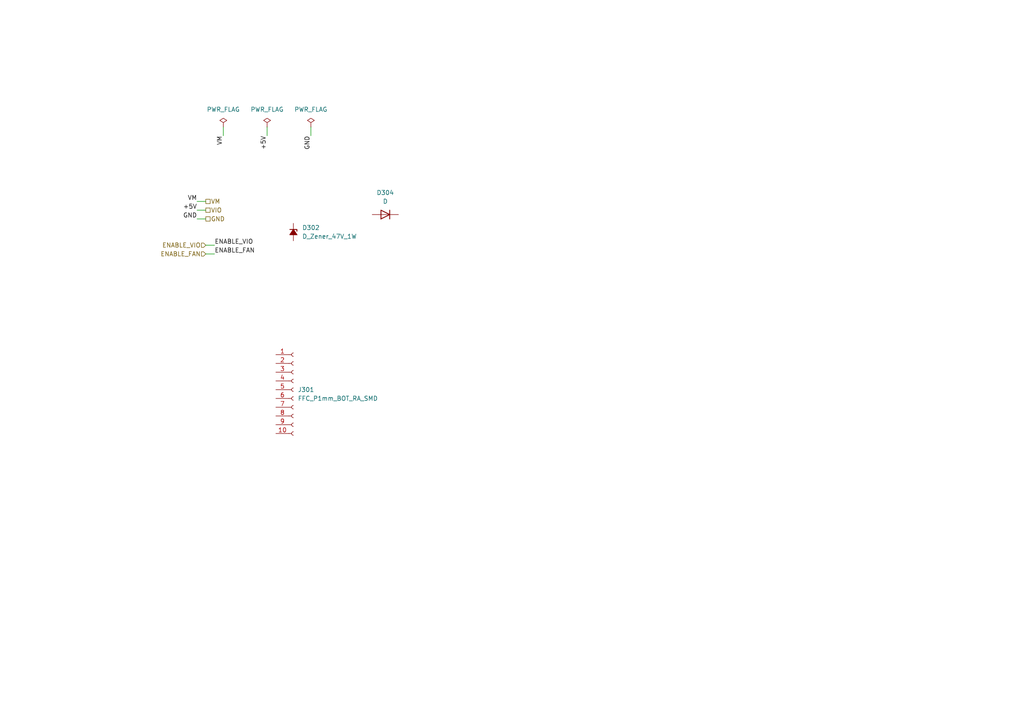
<source format=kicad_sch>
(kicad_sch (version 20230121) (generator eeschema)
  (paper "A4")
  (title_block (title "tmc5130-uart") (date "2024-06-27") (rev "1.0") (company "Howard Hughes Medical Institute"))
  (lib_symbols
    (symbol "Janelia:C_1uF_25V_0402" (pin_numbers hide) (pin_names (offset 0.254))
      (property "Reference" "C" (at 0 2.54 0))
      (property "Value" "1uF_25V" (at 0 0 0))
      (symbol "C_1uF_25V_0402_0_1"
        (polyline (pts (xy -2.032 -0.762) (xy 2.032 -0.762)) (stroke (width 0.508)))
        (polyline (pts (xy -2.032 0.762) (xy 2.032 0.762)) (stroke (width 0.508)))
      )
      (symbol "C_1uF_25V_0402_1_1"
        (pin passive line (at 0 5.08 270) (length 4.318) (name "~") (number "1"))
        (pin passive line (at 0 -5.08 90) (length 4.318) (name "~") (number "2"))
      )
    )
    (symbol "Janelia:C_2.2uF_100V_0805" (pin_numbers hide) (pin_names (offset 0.254))
      (property "Reference" "C" (at 0 2.54 0))
      (property "Value" "2.2uF_100V" (at 0 0 0))
      (symbol "C_2.2uF_100V_0805_0_1"
        (polyline (pts (xy -2.032 -0.762) (xy 2.032 -0.762)) (stroke (width 0.508)))
        (polyline (pts (xy -2.032 0.762) (xy 2.032 0.762)) (stroke (width 0.508)))
      )
      (symbol "C_2.2uF_100V_0805_1_1"
        (pin passive line (at 0 5.08 270) (length 4.318) (name "~") (number "1"))
        (pin passive line (at 0 -5.08 90) (length 4.318) (name "~") (number "2"))
      )
    )
    (symbol "Janelia:C_47uF_10V_0805" (pin_numbers hide) (pin_names (offset 0.254))
      (property "Reference" "C" (at 0 2.54 0))
      (property "Value" "47uF_10V" (at 0 0 0))
      (symbol "C_47uF_10V_0805_0_1"
        (polyline (pts (xy -2.032 -0.762) (xy 2.032 -0.762)) (stroke (width 0.508)))
        (polyline (pts (xy -2.032 0.762) (xy 2.032 0.762)) (stroke (width 0.508)))
      )
      (symbol "C_47uF_10V_0805_1_1"
        (pin passive line (at 0 5.08 270) (length 4.318) (name "~") (number "1"))
        (pin passive line (at 0 -5.08 90) (length 4.318) (name "~") (number "2"))
      )
    )
    (symbol "Janelia:Conn_01x02_P1.25mm_Molex_Micro-Lock-PLUS-505568_Vertical" (pin_names (offset 1.016) hide)
      (property "Reference" "J" (at 2.54 2.54 0))
      (property "Value" "Molex_Pico-Lock-PLUS_Vertical" (at -1.27 -1.27 90))
      (symbol "Conn_01x02_P1.25mm_Molex_Micro-Lock-PLUS-505568_Vertical_1_1"
        (polyline (pts (xy 1.27 -2.54) (xy 0.8636 -2.54)) (stroke (width 0.1524)))
        (polyline (pts (xy 1.27 0) (xy 0.8636 0)) (stroke (width 0.1524)))
        (rectangle (start 0.8636 -2.413) (end 0 -2.667) (stroke (width 0.1524)) (fill (type outline)))
        (rectangle (start 0.8636 0.127) (end 0 -0.127) (stroke (width 0.1524)) (fill (type outline)))
        (pin passive line (at 5.08 0 180) (length 3.81) (name "Pin_1") (number "1"))
        (pin passive line (at 5.08 -2.54 180) (length 3.81) (name "Pin_2") (number "2"))
      )
    )
    (symbol "Janelia:Conn_01x10_FFC_P1mm_BOT_RA_SMD" (pin_names (offset 1.016) hide)
      (property "Reference" "J" (at 0 12.7 0))
      (property "Value" "FFC_P1mm_BOT_RA_SMD" (at 0 -15.24 0))
      (symbol "Conn_01x10_FFC_P1mm_BOT_RA_SMD_1_1"
        (arc (start 0 -12.192) (mid -0.5058 -12.7) (end 0 -13.208) (stroke (width 0.1524)))
        (arc (start 0 -9.652) (mid -0.5058 -10.16) (end 0 -10.668) (stroke (width 0.1524)))
        (arc (start 0 -7.112) (mid -0.5058 -7.62) (end 0 -8.128) (stroke (width 0.1524)))
        (arc (start 0 -4.572) (mid -0.5058 -5.08) (end 0 -5.588) (stroke (width 0.1524)))
        (arc (start 0 -2.032) (mid -0.5058 -2.54) (end 0 -3.048) (stroke (width 0.1524)))
        (polyline (pts (xy -1.27 -12.7) (xy -0.508 -12.7)) (stroke (width 0.1524)))
        (polyline (pts (xy -1.27 -10.16) (xy -0.508 -10.16)) (stroke (width 0.1524)))
        (polyline (pts (xy -1.27 -7.62) (xy -0.508 -7.62)) (stroke (width 0.1524)))
        (polyline (pts (xy -1.27 -5.08) (xy -0.508 -5.08)) (stroke (width 0.1524)))
        (polyline (pts (xy -1.27 -2.54) (xy -0.508 -2.54)) (stroke (width 0.1524)))
        (polyline (pts (xy -1.27 0) (xy -0.508 0)) (stroke (width 0.1524)))
        (polyline (pts (xy -1.27 2.54) (xy -0.508 2.54)) (stroke (width 0.1524)))
        (polyline (pts (xy -1.27 5.08) (xy -0.508 5.08)) (stroke (width 0.1524)))
        (polyline (pts (xy -1.27 7.62) (xy -0.508 7.62)) (stroke (width 0.1524)))
        (polyline (pts (xy -1.27 10.16) (xy -0.508 10.16)) (stroke (width 0.1524)))
        (arc (start 0 0.508) (mid -0.5058 0) (end 0 -0.508) (stroke (width 0.1524)))
        (arc (start 0 3.048) (mid -0.5058 2.54) (end 0 2.032) (stroke (width 0.1524)))
        (arc (start 0 5.588) (mid -0.5058 5.08) (end 0 4.572) (stroke (width 0.1524)))
        (arc (start 0 8.128) (mid -0.5058 7.62) (end 0 7.112) (stroke (width 0.1524)))
        (arc (start 0 10.668) (mid -0.5058 10.16) (end 0 9.652) (stroke (width 0.1524)))
        (pin passive line (at -5.08 10.16 0) (length 3.81) (name "Pin_1") (number "1"))
        (pin passive line (at -5.08 -12.7 0) (length 3.81) (name "Pin_10") (number "10"))
        (pin passive line (at -5.08 7.62 0) (length 3.81) (name "Pin_2") (number "2"))
        (pin passive line (at -5.08 5.08 0) (length 3.81) (name "Pin_3") (number "3"))
        (pin passive line (at -5.08 2.54 0) (length 3.81) (name "Pin_4") (number "4"))
        (pin passive line (at -5.08 0 0) (length 3.81) (name "Pin_5") (number "5"))
        (pin passive line (at -5.08 -2.54 0) (length 3.81) (name "Pin_6") (number "6"))
        (pin passive line (at -5.08 -5.08 0) (length 3.81) (name "Pin_7") (number "7"))
        (pin passive line (at -5.08 -7.62 0) (length 3.81) (name "Pin_8") (number "8"))
        (pin passive line (at -5.08 -10.16 0) (length 3.81) (name "Pin_9") (number "9"))
      )
    )
    (symbol "Janelia:D_1.25V@2A_400V" (pin_numbers hide) (pin_names (offset 1.016) hide)
      (property "Reference" "D" (at 0 2.54 0))
      (property "Value" "D" (at 0 -2.54 0))
      (symbol "D_1.25V@2A_400V_0_1"
        (polyline (pts (xy -1.27 1.27) (xy -1.27 -1.27)) (stroke (width 0.254)))
        (polyline (pts (xy 1.27 0) (xy -1.27 0)))
        (polyline (pts (xy 1.27 1.27) (xy 1.27 -1.27) (xy -1.27 0) (xy 1.27 1.27)) (stroke (width 0.254)))
      )
      (symbol "D_1.25V@2A_400V_1_1"
        (pin passive line (at -3.81 0 0) (length 2.54) (name "K") (number "1"))
        (pin passive line (at 3.81 0 180) (length 2.54) (name "A") (number "2"))
      )
    )
    (symbol "Janelia:D_Zener_47V_1W" (pin_numbers hide) (pin_names (offset 0.254) hide)
      (property "Reference" "D" (at 0 2.286 0))
      (property "Value" "D_Zener_47V_1W" (at 0 -2.286 0))
      (symbol "D_Zener_47V_1W_0_1"
        (polyline (pts (xy 0.762 0) (xy -0.762 0)))
        (polyline (pts (xy -0.254 1.016) (xy -0.762 1.016) (xy -0.762 -1.016)) (stroke (width 0.254)))
        (polyline (pts (xy 0.762 1.016) (xy -0.762 0) (xy 0.762 -1.016) (xy 0.762 1.016)) (stroke (width 0.254)) (fill (type outline)))
      )
      (symbol "D_Zener_47V_1W_1_1"
        (pin passive line (at -2.54 0 0) (length 1.778) (name "K") (number "1"))
        (pin passive line (at 2.54 0 180) (length 1.778) (name "A") (number "2"))
      )
    )
    (symbol "Janelia:Fan_5VDC_25x25x8mm" (pin_numbers hide) (pin_names (offset 0) hide)
      (property "Reference" "M" (at 3.81 0 0))
      (property "Value" "Fan_5VDC_25x25x8mm" (at 0 5.08 0))
      (symbol "Fan_5VDC_25x25x8mm_0_1"
        (arc (start -2.607 -1.5967) (mid -0.0684 -0.1839) (end -0.067 2.7213))
        (circle (center -0.067 -0.0727) (radius 3.2512) (stroke (width 0.254)))
        (arc (start -0.067 2.7213) (mid -0.0202 -0.1573) (end 2.473 -1.5967))
        (arc (start 2.473 -1.5967) (mid -0.067 -0.0269) (end -2.607 -1.5967))
      )
      (symbol "Fan_5VDC_25x25x8mm_1_1"
        (pin passive line (at 0 -6.35 90) (length 2.54) (name "1") (number "1"))
        (pin passive line (at 0 -6.35 90) (length 2.54) (name "2") (number "2"))
        (pin passive line (at 0 -6.35 90) (length 2.54) (name "3") (number "3"))
      )
    )
    (symbol "Janelia:LED_KNB_20mA_RED_1.95V_0402" (pin_numbers hide) (pin_names (offset 1.016) hide)
      (property "Reference" "D" (at 0 2.54 0))
      (property "Value" "LED_RED" (at 0 -2.54 0))
      (symbol "LED_KNB_20mA_RED_1.95V_0402_0_1"
        (polyline (pts (xy -1.27 -1.27) (xy -1.27 1.27)) (stroke (width 0.254)))
        (polyline (pts (xy -1.27 0) (xy 1.27 0)))
        (polyline (pts (xy 1.27 -1.27) (xy 1.27 1.27) (xy -1.27 0) (xy 1.27 -1.27)) (stroke (width 0.254)))
        (polyline (pts (xy -3.048 -0.762) (xy -4.572 -2.286) (xy -3.81 -2.286) (xy -4.572 -2.286) (xy -4.572 -1.524)))
        (polyline (pts (xy -1.778 -0.762) (xy -3.302 -2.286) (xy -2.54 -2.286) (xy -3.302 -2.286) (xy -3.302 -1.524)))
      )
      (symbol "LED_KNB_20mA_RED_1.95V_0402_1_1"
        (pin passive line (at -3.81 0 0) (length 2.54) (name "K") (number "1"))
        (pin passive line (at 3.81 0 180) (length 2.54) (name "A") (number "2"))
      )
    )
    (symbol "Janelia:LED_KNB_20mA_YEL_2V_0402" (pin_numbers hide) (pin_names (offset 1.016) hide)
      (property "Reference" "D" (at 0 2.54 0))
      (property "Value" "LED_YEL" (at 0 -2.54 0))
      (symbol "LED_KNB_20mA_YEL_2V_0402_0_1"
        (polyline (pts (xy -1.27 -1.27) (xy -1.27 1.27)) (stroke (width 0.254)))
        (polyline (pts (xy -1.27 0) (xy 1.27 0)))
        (polyline (pts (xy 1.27 -1.27) (xy 1.27 1.27) (xy -1.27 0) (xy 1.27 -1.27)) (stroke (width 0.254)))
        (polyline (pts (xy -3.048 -0.762) (xy -4.572 -2.286) (xy -3.81 -2.286) (xy -4.572 -2.286) (xy -4.572 -1.524)))
        (polyline (pts (xy -1.778 -0.762) (xy -3.302 -2.286) (xy -2.54 -2.286) (xy -3.302 -2.286) (xy -3.302 -1.524)))
      )
      (symbol "LED_KNB_20mA_YEL_2V_0402_1_1"
        (pin passive line (at -3.81 0 0) (length 2.54) (name "K") (number "1"))
        (pin passive line (at 3.81 0 180) (length 2.54) (name "A") (number "2"))
      )
    )
    (symbol "Janelia:LM5165X"
      (property "Reference" "U" (at -7.62 11.43 0))
      (property "Value" "LM5165X" (at 7.62 11.43 0))
      (symbol "LM5165X_0_1"
        (rectangle (start -7.62 10.16) (end 7.62 -10.16) (stroke (width 0.254)) (fill (type background)))
      )
      (symbol "LM5165X_1_1"
        (pin power_out line (at 10.16 7.62 180) (length 2.54) (name "SW") (number "1"))
        (pin power_in line (at 0 -12.7 90) (length 2.54) (name "GND") (number "10"))
        (pin passive line (at 0 -12.7 90) (length 2.54) hide (name "GND") (number "11"))
        (pin power_in line (at -10.16 7.62 0) (length 2.54) (name "VIN") (number "2"))
        (pin input line (at 10.16 -5.08 180) (length 2.54) (name "ILIM") (number "3"))
        (pin input line (at 10.16 -2.54 180) (length 2.54) (name "SS") (number "4"))
        (pin input line (at -10.16 -7.62 0) (length 2.54) (name "RT") (number "5"))
        (pin output line (at -10.16 0 0) (length 2.54) (name "PGOOD") (number "6"))
        (pin input line (at -10.16 5.08 0) (length 2.54) (name "EN") (number "7"))
        (pin input line (at 10.16 2.54 180) (length 2.54) (name "VOUT") (number "8"))
        (pin output line (at -10.16 -2.54 0) (length 2.54) (name "HYS") (number "9"))
      )
    )
    (symbol "Janelia:L_150uH_553mA" (pin_numbers hide) (pin_names (offset 1.016) hide)
      (property "Reference" "L" (at -1.27 0 90))
      (property "Value" "150uH_553mA" (at 1.905 0 90))
      (symbol "L_150uH_553mA_0_1"
        (arc (start 0 -2.54) (mid 0.6323 -1.905) (end 0 -1.27))
        (arc (start 0 -1.27) (mid 0.6323 -0.635) (end 0 0))
        (arc (start 0 0) (mid 0.6323 0.635) (end 0 1.27))
        (arc (start 0 1.27) (mid 0.6323 1.905) (end 0 2.54))
      )
      (symbol "L_150uH_553mA_1_1"
        (pin passive line (at 0 3.81 270) (length 1.27) (name "1") (number "1"))
        (pin passive line (at 0 -3.81 90) (length 1.27) (name "2") (number "2"))
      )
    )
    (symbol "Janelia:MOSFET-N-CH-EN-CSD17483F4" (pin_names hide)
      (property "Reference" "Q" (at 5.08 0 0))
      (symbol "MOSFET-N-CH-EN-CSD17483F4_0_1"
        (polyline (pts (xy 0.254 0) (xy -2.54 0)))
        (polyline (pts (xy 0.254 1.905) (xy 0.254 -1.905)) (stroke (width 0.254)))
        (polyline (pts (xy 0.762 -1.27) (xy 0.762 -2.286)) (stroke (width 0.254)))
        (polyline (pts (xy 0.762 0.508) (xy 0.762 -0.508)) (stroke (width 0.254)))
        (polyline (pts (xy 0.762 2.286) (xy 0.762 1.27)) (stroke (width 0.254)))
        (polyline (pts (xy 2.54 2.54) (xy 2.54 1.778)))
        (polyline (pts (xy 2.54 -2.54) (xy 2.54 0) (xy 0.762 0)))
        (polyline (pts (xy 0.762 -1.778) (xy 3.302 -1.778) (xy 3.302 1.778) (xy 0.762 1.778)))
        (polyline (pts (xy 1.016 0) (xy 2.032 0.381) (xy 2.032 -0.381) (xy 1.016 0)) (fill (type outline)))
        (polyline (pts (xy 2.794 0.508) (xy 2.921 0.381) (xy 3.683 0.381) (xy 3.81 0.254)))
        (polyline (pts (xy 3.302 0.381) (xy 2.921 -0.254) (xy 3.683 -0.254) (xy 3.302 0.381)))
        (circle (center 1.651 0) (radius 2.794) (stroke (width 0.254)))
        (circle (center 2.54 -1.778) (radius 0.254) (fill (type outline)))
        (circle (center 2.54 1.778) (radius 0.254) (fill (type outline)))
      )
      (symbol "MOSFET-N-CH-EN-CSD17483F4_1_1"
        (pin input line (at -5.08 0 0) (length 2.54) (name "G") (number "1"))
        (pin passive line (at 2.54 -5.08 90) (length 2.54) (name "S") (number "2"))
        (pin passive line (at 2.54 5.08 270) (length 2.54) (name "D") (number "3"))
      )
    )
    (symbol "Janelia:R_2.32k_1W_0805" (pin_numbers hide) (pin_names (offset 0))
      (property "Reference" "R" (at 2.032 0 90))
      (property "Value" "2.32k" (at 0.1778 0.0254 90))
      (symbol "R_2.32k_1W_0805_0_1"
        (rectangle (start -1.016 3.81) (end 1.016 -3.81) (stroke (width 0.3048)))
      )
      (symbol "R_2.32k_1W_0805_1_1"
        (pin passive line (at 0 6.35 270) (length 2.54) (name "~") (number "1"))
        (pin passive line (at 0 -6.35 90) (length 2.54) (name "~") (number "2"))
      )
    )
    (symbol "Janelia:R_249_0.06W_0402" (pin_numbers hide) (pin_names (offset 0))
      (property "Reference" "R" (at 2.032 0 90))
      (property "Value" "249" (at 0.1778 0.0254 90))
      (symbol "R_249_0.06W_0402_0_1"
        (rectangle (start -1.016 3.81) (end 1.016 -3.81) (stroke (width 0.3048)))
      )
      (symbol "R_249_0.06W_0402_1_1"
        (pin passive line (at 0 6.35 270) (length 2.54) (name "~") (number "1"))
        (pin passive line (at 0 -6.35 90) (length 2.54) (name "~") (number "2"))
      )
    )
    (symbol "power:PWR_FLAG" (power) (pin_numbers hide) (pin_names (offset 0) hide)
      (property "Value" "PWR_FLAG" (at 0 3.81 0))
      (symbol "PWR_FLAG_0_0"
        (pin power_out line (at 0 0 90) (length 0) (name "pwr") (number "1"))
      )
      (symbol "PWR_FLAG_0_1"
        (polyline (pts (xy 0 0) (xy 0 1.27) (xy -1.016 1.905) (xy 0 2.54) (xy 1.016 1.905) (xy 0 1.27)))
      )
    )
  )
  (no_connect (at 419.1 52.07))
  (no_connect (at 398.78 49.53))
  (no_connect (at 398.78 52.07))
  (wire (pts (xy 435.61 143.51) (xy 438.15 143.51)))
  (wire (pts (xy 389.89 139.7) (xy 389.89 137.16)))
  (wire (pts (xy 444.5 41.91) (xy 444.5 46.99)))
  (wire (pts (xy 59.69 63.5) (xy 57.15 63.5)))
  (wire (pts (xy 457.2 151.13) (xy 457.2 153.67)))
  (wire (pts (xy 435.61 146.05) (xy 438.15 146.05)))
  (wire (pts (xy 383.54 45.72) (xy 383.54 43.18)))
  (wire (pts (xy 90.17 36.83) (xy 90.17 39.37)))
  (wire (pts (xy 382.27 144.78) (xy 379.73 144.78)))
  (wire (pts (xy 419.1 41.91) (xy 421.64 41.91)))
  (wire (pts (xy 77.47 36.83) (xy 77.47 39.37)))
  (wire (pts (xy 355.6 139.7) (xy 355.6 137.16)))
  (wire (pts (xy 408.94 62.23) (xy 408.94 64.77)))
  (wire (pts (xy 59.69 71.12) (xy 62.23 71.12)))
  (wire (pts (xy 383.54 55.88) (xy 383.54 58.42)))
  (wire (pts (xy 59.69 73.66) (xy 62.23 73.66)))
  (wire (pts (xy 411.48 154.94) (xy 411.48 157.48)))
  (wire (pts (xy 59.69 60.96) (xy 57.15 60.96)))
  (wire (pts (xy 419.1 54.61) (xy 421.64 54.61)))
  (wire (pts (xy 444.5 54.61) (xy 444.5 59.69)))
  (wire (pts (xy 398.78 41.91) (xy 396.24 41.91)))
  (wire (pts (xy 454.66 45.72) (xy 454.66 43.18)))
  (wire (pts (xy 360.68 36.83) (xy 360.68 34.29)))
  (wire (pts (xy 360.68 59.69) (xy 360.68 62.23)))
  (wire (pts (xy 411.48 144.78) (xy 411.48 147.32)))
  (wire (pts (xy 360.68 49.53) (xy 360.68 52.07)))
  (wire (pts (xy 398.78 57.15) (xy 396.24 57.15)))
  (wire (pts (xy 59.69 58.42) (xy 57.15 58.42)))
  (wire (pts (xy 454.66 55.88) (xy 454.66 58.42)))
  (wire (pts (xy 389.89 149.86) (xy 389.89 152.4)))
  (wire (pts (xy 419.1 46.99) (xy 421.64 46.99)))
  (wire (pts (xy 411.48 132.08) (xy 411.48 129.54)))
  (wire (pts (xy 64.77 36.83) (xy 64.77 39.37)))
  (wire (pts (xy 398.78 44.45) (xy 396.24 44.45)))
  (wire (pts (xy 355.6 149.86) (xy 355.6 152.4)))
  (label "GND" (at 90.17 39.37 270))
  (label "GND" (at 360.68 62.23 270))
  (label "VM" (at 360.68 34.29 90))
  (label "GND" (at 396.24 57.15 180))
  (label "+5V" (at 411.48 129.54 90))
  (label "ENABLE_FAN" (at 62.23 73.66 0))
  (label "GND" (at 355.6 152.4 270))
  (label "+5V" (at 421.64 46.99 0))
  (label "VM" (at 396.24 41.91 180))
  (label "VM" (at 383.54 43.18 90))
  (label "+5V" (at 438.15 143.51 0))
  (label "FAN-" (at 438.15 146.05 0))
  (label "GND" (at 421.64 54.61 0))
  (label "VM" (at 396.24 44.45 180))
  (label "+5V" (at 355.6 137.16 90))
  (label "GND" (at 454.66 58.42 270))
  (label "FAN-" (at 411.48 157.48 270))
  (label "+5V" (at 444.5 41.91 90))
  (label "GND" (at 383.54 58.42 270))
  (label "SW" (at 421.64 41.91 0))
  (label "GND" (at 457.2 153.67 270))
  (label "LED_RED+" (at 360.68 50.8 0))
  (label "LED_YEL+" (at 411.48 146.05 0))
  (label "VM" (at 57.15 58.42 180))
  (label "VM" (at 64.77 39.37 270))
  (label "GND" (at 57.15 63.5 180))
  (label "+5V" (at 57.15 60.96 180))
  (label "GND" (at 408.94 64.77 270))
  (label "GND" (at 389.89 152.4 270))
  (label "FAN-" (at 389.89 137.16 90))
  (label "ENABLE_FAN" (at 379.73 144.78 180))
  (label "ENABLE_VIO" (at 62.23 71.12 0))
  (label "+5V" (at 454.66 43.18 90))
  (label "+5V" (at 77.47 39.37 270))
  (label "SW" (at 444.5 59.69 270))
  (hierarchical_label "VIO" (shape passive) (at 59.69 60.96 0))
  (hierarchical_label "ENABLE_FAN" (shape input) (at 59.69 73.66 180))
  (hierarchical_label "GND" (shape passive) (at 59.69 63.5 0))
  (hierarchical_label "VM" (shape passive) (at 59.69 58.42 0))
  (hierarchical_label "ENABLE_VIO" (shape input) (at 59.69 71.12 180))
  (symbol (lib_id "Janelia:LED_KNB_20mA_YEL_2V_0402") (at 411.48 151.13 90) (unit 1)
    (property "Reference" "D303" (at 415.29 151.4475 90) (effects (justify right)))
    (property "Value" "LED_YEL" (at 415.29 153.9875 90) (effects (justify right)))
    (property "Footprint" "Janelia:LED_0402-1005_KNB" (effects hide))
    (property "Synopsis" "LED YELLOW CLEAR CHIP SMD" (effects hide))
    (property "Package" "0402" (effects hide))
    (property "Manufacturer" "Kingbright" (effects hide))
    (property "Manufacturer Part Number" "APHHS1005SYCK" (effects hide))
    (property "Vendor" "Digi-Key" (effects hide))
    (property "Vendor Part Number" "754-1105-1-ND" (effects hide))
    (property "LCSC" "C5875733" (effects hide))
  )
  (symbol (lib_id "Janelia:D_Zener_47V_1W") (at 85.09 67.31 270) (unit 1)
    (property "Reference" "D302" (at 87.63 66.04 90) (effects (justify left)))
    (property "Value" "D_Zener_47V_1W" (at 87.63 68.58 90) (effects (justify left)))
    (property "Footprint" "Janelia:D_SMA" (effects hide))
    (property "Synopsis" "DIODE ZENER 47V 1W" (effects hide))
    (property "Manufacturer" "Shikues" (effects hide))
    (property "Manufacturer Part Number" "1SMAF4756A" (effects hide))
    (property "Vendor" "Digi-Key" (effects hide))
    (property "Vendor Part Number" "3372-1SMA4756ATR-ND" (effects hide))
    (property "Package" "SMAF" (effects hide))
    (property "LCSC" "C475448" (effects hide))
  )
  (symbol (lib_id "power:PWR_FLAG") (at 90.17 36.83 0) (unit 1)
    (property "Reference" "#FLG0303" (effects hide))
    (property "Value" "PWR_FLAG" (at 90.17 31.75 0))
  )
  (symbol (lib_id "Janelia:Conn_01x02_P1.25mm_Molex_Micro-Lock-PLUS-505568_Vertical") (at 430.53 143.51 0) (unit 1)
    (property "Reference" "J302" (at 433.07 140.97 0))
    (property "Value" "Molex_Pico-Lock-PLUS_Vertical" (at 429.26 144.78 90))
    (property "Footprint" "Janelia:Molex_Micro-Lock-PLUS-505568_1x02_P1.25mm_Vertical" (effects hide))
    (property "Synopsis" "CONN HEADER SMD 2POS 1.25MM" (effects hide))
    (property "Manufacturer" "Molex" (effects hide))
    (property "Manufacturer Part Number" "5055680281" (effects hide))
    (property "Vendor" "Digi-Key" (effects hide))
    (property "Vendor Part Number" "WM26831CT-ND" (effects hide))
    (property "LCSC" "C17180191" (effects hide))
    (property "Package" "SMD" (effects hide))
  )
  (symbol (lib_id "Janelia:C_47uF_10V_0805") (at 454.66 50.8 0) (unit 1)
    (property "Reference" "C302" (at 457.2 48.26 0) (effects (font (size 1.016 1.016)) (justify left)))
    (property "Value" "47uF_10V" (at 457.2 50.8 0) (effects (font (size 0.762 0.762)) (justify left)))
    (property "Footprint" "Janelia:C_0805_2012Metric" (effects hide))
    (property "Vendor" "Digi-Key" (effects hide))
    (property "Vendor Part Number" "445-8239-1-ND" (effects hide))
    (property "Package" "0805" (effects hide))
    (property "Manufacturer" "TDK Corporation" (effects hide))
    (property "Manufacturer Part Number" "C2012X5R1A476M125AC" (effects hide))
    (property "Synopsis" "CAP CER 47UF 10V X5R" (effects hide))
    (property "LCSC" "C2182652" (effects hide))
  )
  (symbol (lib_id "Janelia:L_150uH_553mA") (at 444.5 50.8 180) (unit 1)
    (property "Reference" "L301" (at 445.77 50.8 90))
    (property "Value" "150uH_553mA" (at 442.595 50.8 90))
    (property "Footprint" "Janelia:IND_CB_SD25" (effects hide))
    (property "Manufacturer" "Eaton - Electronics Division" (effects hide))
    (property "Manufacturer Part Number" "SD25-151-R" (effects hide))
    (property "Vendor" "Digi-Key" (effects hide))
    (property "Vendor Part Number" "283-4694-1-ND" (effects hide))
    (property "Synopsis" "FIXED IND 150UH 553MA 872.3 MOHM" (effects hide))
    (property "LCSC" "C2453193" (effects hide))
    (property "Package" "SMD-4P_5.2x5.2mm" (effects hide))
  )
  (symbol (lib_id "Janelia:D_1.25V@2A_400V") (at 111.76 62.23 180) (unit 1)
    (property "Reference" "D304" (at 111.76 55.88 0))
    (property "Value" "D" (at 111.76 58.42 0))
    (property "Sim.Device" "D" (effects hide))
    (property "Sim.Pins" "1=K 2=A" (effects hide))
    (property "Synopsis" "DIODE GEN PURP 400V 2A" (effects hide))
    (property "Package" "SMB" (effects hide))
    (property "Manufacturer" "ShunYe" (effects hide))
    (property "Manufacturer Part Number" "ES2G" (effects hide))
    (property "Vendor" "Digi-Key" (effects hide))
    (property "Vendor Part Number" "ES2G-FDICT-ND" (effects hide))
    (property "LCSC" "C4944961" (effects hide))
  )
  (symbol (lib_id "Janelia:R_249_0.06W_0402") (at 411.48 138.43 0) (unit 1)
    (property "Reference" "R303" (at 412.75 138.43 0) (effects (font (size 1.016 1.016)) (justify left)))
    (property "Value" "249" (at 411.6578 138.4046 90) (effects (font (size 1.016 1.016))))
    (property "Footprint" "Janelia:R_0402_1005Metric" (effects hide))
    (property "Vendor" "Digi-Key" (effects hide))
    (property "Vendor Part Number" "541-249LCT-ND" (effects hide))
    (property "Synopsis" "RES SMD 249 OHM 1% 1/16W" (effects hide))
    (property "Package" "0402" (effects hide))
    (property "Manufacturer" "Vishay Dale" (effects hide))
    (property "Manufacturer Part Number" "CRCW0402249RFKED" (effects hide))
    (property "LCSC" "C482112" (effects hide))
  )
  (symbol (lib_id "Janelia:LM5165X") (at 408.94 49.53 0) (unit 1)
    (property "Reference" "U301" (at 408.94 34.29 0))
    (property "Value" "LM5165X" (at 408.94 36.83 0))
    (property "Footprint" "Package_SON:Texas_S-PVSON-N10_ThermalVias" (effects hide))
    (property "Datasheet" "http://www.ti.com/lit/ds/symlink/lm5165.pdf" (effects hide))
  )
  (symbol (lib_id "Janelia:Conn_01x10_FFC_P1mm_BOT_RA_SMD") (at 85.09 113.03 0) (unit 1)
    (property "Reference" "J301" (at 86.36 113.03 0) (effects (justify left)))
    (property "Value" "FFC_P1mm_BOT_RA_SMD" (at 86.36 115.57 0) (effects (justify left)))
    (property "Synopsis" "CONN FFC FPC BOTTOM 10POS 1MM RA" (effects hide))
    (property "Package" "SMD P=1mm" (effects hide))
    (property "Manufacturer" "HDGC" (effects hide))
    (property "Manufacturer Part Number" "1.0K-FX-10PWBG" (effects hide))
    (property "LCSC" "C2914097" (effects hide))
  )
  (symbol (lib_id "Janelia:C_2.2uF_100V_0805") (at 383.54 50.8 0) (unit 1)
    (property "Reference" "C301" (at 386.08 48.26 0) (effects (font (size 1.016 1.016)) (justify left)))
    (property "Value" "2.2uF_100V" (at 386.08 50.8 0) (effects (font (size 0.762 0.762)) (justify left)))
    (property "Footprint" "Janelia:C_0805_2012Metric" (effects hide))
    (property "Vendor" "Digi-Key" (effects hide))
    (property "Vendor Part Number" "490-GRM21BD72A225KE01LCT-ND" (effects hide))
    (property "Package" "0805" (effects hide))
    (property "Manufacturer" "Murata Electronics" (effects hide))
    (property "Manufacturer Part Number" "GRM21BD72A225KE01L" (effects hide))
    (property "Synopsis" "CAP CER 2.2UF 100V X7T 0805" (effects hide))
    (property "LCSC" "C2981733" (effects hide))
  )
  (symbol (lib_id "Janelia:LED_KNB_20mA_RED_1.95V_0402") (at 360.68 55.88 90) (unit 1)
    (property "Reference" "D301" (at 364.49 56.1975 90) (effects (justify right)))
    (property "Value" "LED_RED" (at 364.49 58.7375 90) (effects (justify right)))
    (property "Footprint" "Janelia:LED_0402-1005_KNB" (effects hide))
    (property "Synopsis" "LED RED CLEAR CHIP SMD" (effects hide))
    (property "Package" "0402" (effects hide))
    (property "Manufacturer" "Kingbright" (effects hide))
    (property "Manufacturer Part Number" "APHHS1005SURCK" (effects hide))
    (property "Vendor" "Digi-Key" (effects hide))
    (property "Vendor Part Number" "754-1104-1-ND" (effects hide))
    (property "LCSC" "C2852592" (effects hide))
  )
  (symbol (lib_id "Janelia:C_1uF_25V_0402") (at 355.6 144.78 0) (unit 1)
    (property "Reference" "C305" (at 358.14 142.24 0) (effects (font (size 1.016 1.016)) (justify left)))
    (property "Value" "1uF_25V" (at 358.14 144.78 0) (effects (font (size 0.762 0.762)) (justify left)))
    (property "Footprint" "Janelia:C_0402_1005Metric" (effects hide))
    (property "Vendor" "Digi-Key" (effects hide))
    (property "Vendor Part Number" "490-12263-1-ND" (effects hide))
    (property "Synopsis" "CAP CER 1UF 25V X5R" (effects hide))
    (property "Package" "0402" (effects hide))
    (property "Manufacturer" "Murata Electronics" (effects hide))
    (property "Manufacturer Part Number" "GRT155R61E105KE01D" (effects hide))
    (property "LCSC" "C711085" (effects hide))
  )
  (symbol (lib_id "power:PWR_FLAG") (at 77.47 36.83 0) (unit 1)
    (property "Reference" "#FLG0302" (effects hide))
    (property "Value" "PWR_FLAG" (at 77.47 31.75 0))
  )
  (symbol (lib_id "power:PWR_FLAG") (at 64.77 36.83 0) (unit 1)
    (property "Reference" "#FLG0301" (effects hide))
    (property "Value" "PWR_FLAG" (at 64.77 31.75 0))
  )
  (symbol (lib_id "Janelia:R_2.32k_1W_0805") (at 360.68 43.18 0) (unit 1)
    (property "Reference" "R301" (at 363.22 43.18 90) (effects (font (size 1.016 1.016))))
    (property "Value" "2.32k" (at 360.8578 43.1546 90) (effects (font (size 1.016 1.016))))
    (property "Footprint" "Janelia:R_0805_2012Metric" (effects hide))
    (property "Package" "0805" (effects hide))
    (property "Manufacturer" "TE Connectivity Passive Product" (effects hide))
    (property "Manufacturer Part Number" "RA73F2A2K32BTD" (effects hide))
    (property "Vendor" "Digi-Key" (effects hide))
    (property "Vendor Part Number" "1712-RA73F2A2K32BTDCT-ND" (effects hide))
    (property "Synopsis" "RA73F 2A 2K32 0.1% 5K RL" (effects hide))
    (property "LCSC" "C3961061" (effects hide))
  )
  (symbol (lib_id "Janelia:MOSFET-N-CH-EN-CSD17483F4") (at 387.35 144.78 0) (unit 1)
    (property "Reference" "Q301" (at 392.43 144.78 0) (effects (justify left)))
    (property "Value" "MOSFET-N-CH" (effects hide))
    (property "Footprint" "Janelia:XFDFN-3" (effects hide))
    (property "Synopsis" "MOSFET N-CH 30V 1.5A 3PICOSTAR" (effects hide))
    (property "Manufacturer" "Texas Instruments" (effects hide))
    (property "Manufacturer Part Number" "CSD17483F4" (effects hide))
    (property "Vendor" "Digi-Key" (effects hide))
    (property "Vendor Part Number" "296-38914-1-ND" (effects hide))
    (property "Sim.Enable" "0" (effects hide))
    (property "LCSC" "C139403" (effects hide))
    (property "Package" "PicoStar-3" (effects hide))
  )
  (symbol (lib_id "Janelia:Fan_5VDC_25x25x8mm") (at 457.2 144.78 0) (unit 1) (in_bom no)
    (property "Reference" "M301" (at 461.01 144.78 0) (effects (justify left)))
    (property "Value" "Fan_5VDC_25x25x8mm" (at 457.2 139.7 0) (effects (justify top)))
    (property "Footprint" "Janelia:FAN_5VDC_25x25x8mm" (effects hide))
    (property "Synopsis" "FAN AXIAL 25X8MM 5VDC WIRE" (effects hide))
    (property "Manufacturer" "ebm-papst Inc." (effects hide))
    (property "Manufacturer Part Number" "255M" (effects hide))
    (property "Vendor" "Digi-Key" (effects hide))
    (property "Vendor Part Number" "381-2353-ND" (effects hide))
  )
)
</source>
